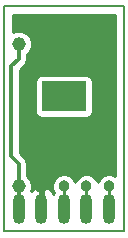
<source format=gbl>
G04 #@! TF.FileFunction,Copper,L2,Bot,Signal*
%FSLAX46Y46*%
G04 Gerber Fmt 4.6, Leading zero omitted, Abs format (unit mm)*
G04 Created by KiCad (PCBNEW (2016-05-03 BZR 6266)-product) date Fri Jul 22 02:28:54 2016*
%MOMM*%
%LPD*%
G01*
G04 APERTURE LIST*
%ADD10C,0.350000*%
%ADD11C,0.150000*%
%ADD12R,3.810000X2.540000*%
%ADD13O,1.016000X2.540000*%
%ADD14C,1.168400*%
%ADD15C,0.965200*%
%ADD16C,0.304800*%
%ADD17C,0.254000*%
%ADD18C,0.350000*%
G04 APERTURE END LIST*
D10*
D11*
X104140000Y-116205000D02*
X104140000Y-135255000D01*
X114300000Y-116205000D02*
X104140000Y-116205000D01*
X114300000Y-135255000D02*
X114300000Y-116205000D01*
X104140000Y-135255000D02*
X114300000Y-135255000D01*
D12*
X109220000Y-123825000D03*
D13*
X105410000Y-133350000D03*
X107315000Y-133350000D03*
X109220000Y-133350000D03*
X113030000Y-133350000D03*
X111125000Y-133350000D03*
D14*
X106045000Y-122555000D03*
X109855000Y-117475000D03*
X107315000Y-131445000D03*
X105410000Y-119380000D03*
X105410000Y-131445000D03*
D15*
X113030000Y-131445000D03*
X109220000Y-131445000D03*
X111125000Y-131445000D03*
D16*
X107315000Y-131445000D02*
X107315000Y-133350000D01*
X105410000Y-131445000D02*
X105410000Y-129540000D01*
X105410000Y-129540000D02*
X104775000Y-128905000D01*
X104775000Y-128905000D02*
X104775000Y-121285000D01*
X104775000Y-121285000D02*
X105410000Y-120650000D01*
X105410000Y-120650000D02*
X105410000Y-119380000D01*
X105410000Y-131445000D02*
X105410000Y-133350000D01*
D17*
X113030000Y-131445000D02*
X113030000Y-133350000D01*
X109220000Y-131445000D02*
X109220000Y-133350000D01*
X111125000Y-131445000D02*
X111125000Y-133350000D01*
G36*
X113538000Y-130555831D02*
X113232982Y-130429176D01*
X112828792Y-130428824D01*
X112455234Y-130583175D01*
X112169179Y-130868731D01*
X112077465Y-131089601D01*
X111986825Y-130870234D01*
X111701269Y-130584179D01*
X111327982Y-130429176D01*
X110923792Y-130428824D01*
X110550234Y-130583175D01*
X110264179Y-130868731D01*
X110172465Y-131089601D01*
X110081825Y-130870234D01*
X109796269Y-130584179D01*
X109422982Y-130429176D01*
X109018792Y-130428824D01*
X108645234Y-130583175D01*
X108359179Y-130868731D01*
X108204176Y-131242018D01*
X108203824Y-131646208D01*
X108354157Y-132010042D01*
X108327623Y-132049753D01*
X108322394Y-132033260D01*
X108033421Y-131689974D01*
X107618134Y-131485929D01*
X107442000Y-131611978D01*
X107442000Y-132588000D01*
X107188000Y-132588000D01*
X107188000Y-131611978D01*
X107011866Y-131485929D01*
X106596579Y-131689974D01*
X106442290Y-131873262D01*
X106527406Y-131668280D01*
X106527793Y-131223671D01*
X106358008Y-130812758D01*
X106095800Y-130550092D01*
X106095800Y-129540005D01*
X106095801Y-129540000D01*
X106043597Y-129277555D01*
X105894934Y-129055066D01*
X105460800Y-128620932D01*
X105460800Y-122555000D01*
X106771151Y-122555000D01*
X106771151Y-125095000D01*
X106808344Y-125292666D01*
X106925165Y-125474210D01*
X107103412Y-125596001D01*
X107315000Y-125638849D01*
X111125000Y-125638849D01*
X111322666Y-125601656D01*
X111504210Y-125484835D01*
X111626001Y-125306588D01*
X111668849Y-125095000D01*
X111668849Y-122555000D01*
X111631656Y-122357334D01*
X111514835Y-122175790D01*
X111336588Y-122053999D01*
X111125000Y-122011151D01*
X107315000Y-122011151D01*
X107117334Y-122048344D01*
X106935790Y-122165165D01*
X106813999Y-122343412D01*
X106771151Y-122555000D01*
X105460800Y-122555000D01*
X105460800Y-121569068D01*
X105894934Y-121134934D01*
X106043597Y-120912445D01*
X106095801Y-120650000D01*
X106095800Y-120649995D01*
X106095800Y-120274543D01*
X106356903Y-120013896D01*
X106527406Y-119603280D01*
X106527793Y-119158671D01*
X106358008Y-118747758D01*
X106043896Y-118433097D01*
X105633280Y-118262594D01*
X105188671Y-118262207D01*
X104902000Y-118380656D01*
X104902000Y-116967000D01*
X113538000Y-116967000D01*
X113538000Y-130555831D01*
X113538000Y-130555831D01*
G37*
X113538000Y-130555831D02*
X113232982Y-130429176D01*
X112828792Y-130428824D01*
X112455234Y-130583175D01*
X112169179Y-130868731D01*
X112077465Y-131089601D01*
X111986825Y-130870234D01*
X111701269Y-130584179D01*
X111327982Y-130429176D01*
X110923792Y-130428824D01*
X110550234Y-130583175D01*
X110264179Y-130868731D01*
X110172465Y-131089601D01*
X110081825Y-130870234D01*
X109796269Y-130584179D01*
X109422982Y-130429176D01*
X109018792Y-130428824D01*
X108645234Y-130583175D01*
X108359179Y-130868731D01*
X108204176Y-131242018D01*
X108203824Y-131646208D01*
X108354157Y-132010042D01*
X108327623Y-132049753D01*
X108322394Y-132033260D01*
X108033421Y-131689974D01*
X107618134Y-131485929D01*
X107442000Y-131611978D01*
X107442000Y-132588000D01*
X107188000Y-132588000D01*
X107188000Y-131611978D01*
X107011866Y-131485929D01*
X106596579Y-131689974D01*
X106442290Y-131873262D01*
X106527406Y-131668280D01*
X106527793Y-131223671D01*
X106358008Y-130812758D01*
X106095800Y-130550092D01*
X106095800Y-129540005D01*
X106095801Y-129540000D01*
X106043597Y-129277555D01*
X105894934Y-129055066D01*
X105460800Y-128620932D01*
X105460800Y-122555000D01*
X106771151Y-122555000D01*
X106771151Y-125095000D01*
X106808344Y-125292666D01*
X106925165Y-125474210D01*
X107103412Y-125596001D01*
X107315000Y-125638849D01*
X111125000Y-125638849D01*
X111322666Y-125601656D01*
X111504210Y-125484835D01*
X111626001Y-125306588D01*
X111668849Y-125095000D01*
X111668849Y-122555000D01*
X111631656Y-122357334D01*
X111514835Y-122175790D01*
X111336588Y-122053999D01*
X111125000Y-122011151D01*
X107315000Y-122011151D01*
X107117334Y-122048344D01*
X106935790Y-122165165D01*
X106813999Y-122343412D01*
X106771151Y-122555000D01*
X105460800Y-122555000D01*
X105460800Y-121569068D01*
X105894934Y-121134934D01*
X106043597Y-120912445D01*
X106095801Y-120650000D01*
X106095800Y-120649995D01*
X106095800Y-120274543D01*
X106356903Y-120013896D01*
X106527406Y-119603280D01*
X106527793Y-119158671D01*
X106358008Y-118747758D01*
X106043896Y-118433097D01*
X105633280Y-118262594D01*
X105188671Y-118262207D01*
X104902000Y-118380656D01*
X104902000Y-116967000D01*
X113538000Y-116967000D01*
X113538000Y-130555831D01*
D18*
X106045000Y-122555000D03*
X109855000Y-117475000D03*
X107315000Y-131445000D03*
X105410000Y-119380000D03*
X105410000Y-131445000D03*
X113030000Y-131445000D03*
X109220000Y-131445000D03*
X111125000Y-131445000D03*
M02*

</source>
